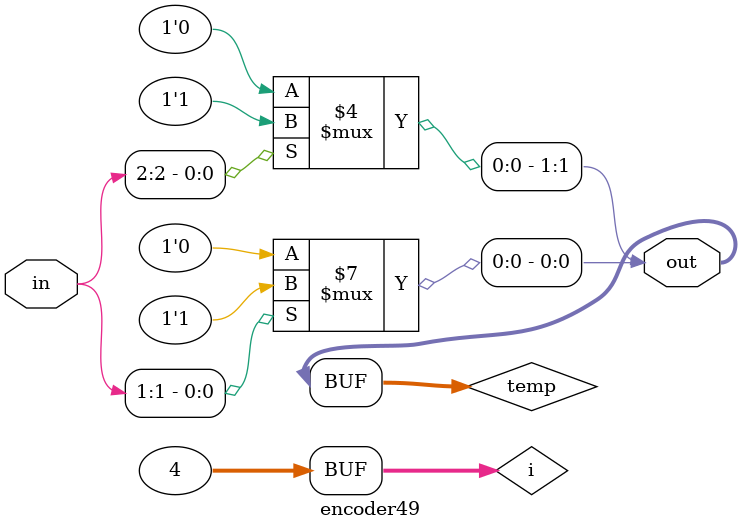
<source format=v>
module encoder49 (input [3:0] in, output [1:0] out);

    reg [1:0] temp;

    integer i;
    always @* begin
        for (i = 0; i < 4; i = i + 1) begin
            case(in[i])
                1: temp[i-1] = 1'b1;
                default: temp[i-1] = 1'b0;
            endcase
        end
    end

    assign out = temp;

endmodule

</source>
